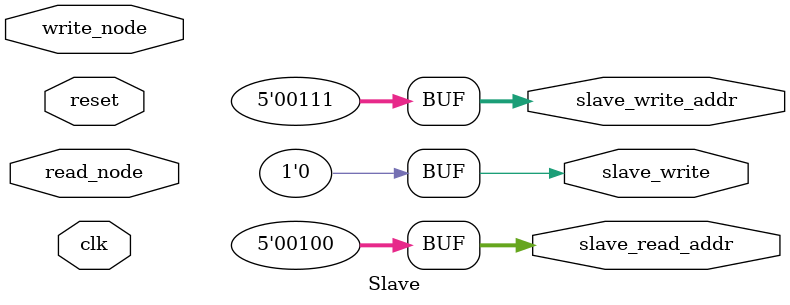
<source format=v>

module Slave(
    output [0:4] slave_read_addr,
    output [0:4] slave_write_addr,
    output slave_write,
    input [0:11] read_node,
    input [0:11] write_node,
    input clk,
    input reset
);

assign slave_read_addr  = 4;
assign slave_write_addr = 7;
assign slave_write = 0;

endmodule


</source>
